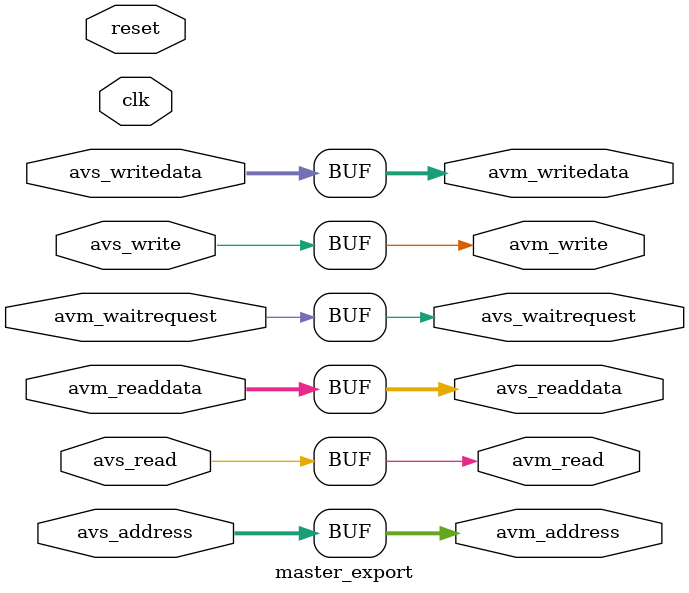
<source format=v>




`timescale 1 ps / 1 ps
module master_export #(
		parameter address_width         = 9,
		parameter data_width            = 32,
		parameter AUTO_CLOCK_CLOCK_RATE = "-1"
	) (
		input  wire        clk,             //  clock.clk
		input  wire        reset,           //  reset.reset
		output wire [8:0]  avm_address,     // master.address
		output wire        avm_read,        //       .read
		input  wire        avm_waitrequest, //       .waitrequest
		input  wire [31:0] avm_readdata,    //       .readdata
		output wire        avm_write,       //       .write
		output wire [31:0] avm_writedata,   //       .writedata
		input  wire [8:0]  avs_address,     //  slave.address
		input  wire        avs_read,        //       .read
		output wire [31:0] avs_readdata,    //       .readdata
		input  wire        avs_write,       //       .write
		output wire        avs_waitrequest, //       .waitrequest
		input  wire [31:0] avs_writedata    //       .writedata
	);


	assign avm_writedata = avs_writedata;

	assign avm_address = avs_address;

	assign avm_write = avs_write;

	assign avm_read = avs_read;

	assign avs_waitrequest = avm_waitrequest;

	assign avs_readdata = avm_readdata;

endmodule

</source>
